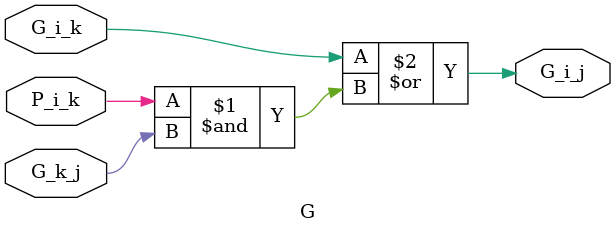
<source format=sv>

module G (
    input wire P_i_k, G_i_k,
    input wire G_k_j,
    output G_i_j
);

assign G_i_j = G_i_k | (P_i_k & G_k_j);

endmodule
</source>
